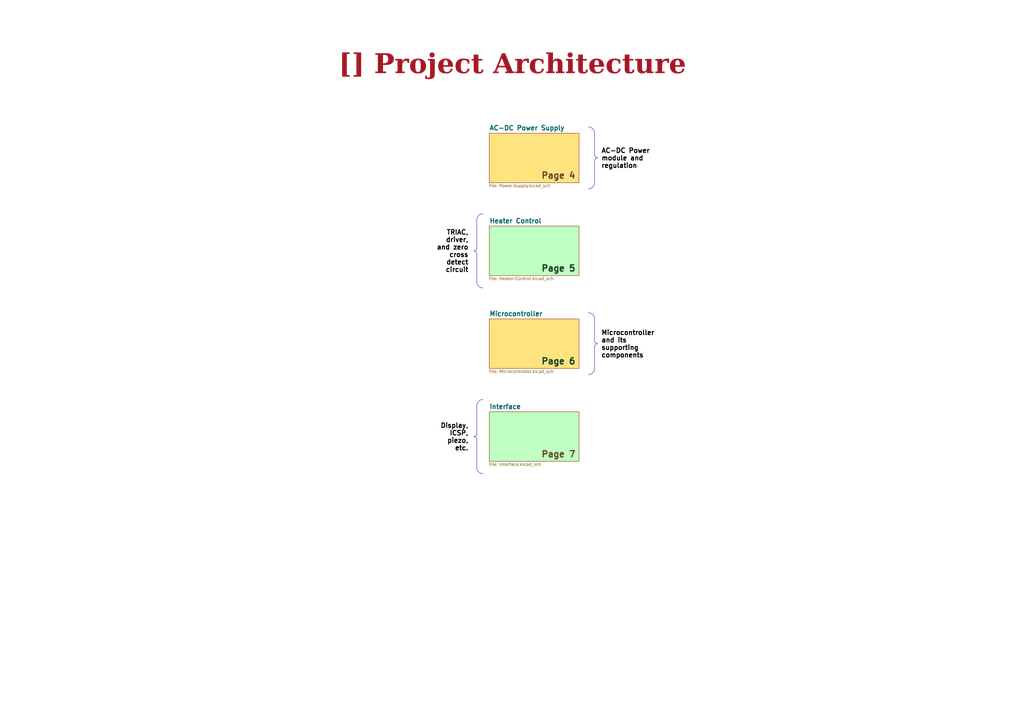
<source format=kicad_sch>
(kicad_sch
	(version 20250114)
	(generator "eeschema")
	(generator_version "9.0")
	(uuid "43756dca-f8f6-4179-bbe2-5af9585c666d")
	(paper "A3")
	(title_block
		(title "Project Architecture")
		(date "2025-08-28")
		(rev "${REVISION}")
		(company "${COMPANY}")
	)
	(lib_symbols)
	(arc
		(start 194.31 102.87)
		(mid 195.2051 103.2449)
		(end 195.58 104.14)
		(stroke
			(width 0)
			(type default)
		)
		(fill
			(type none)
		)
		(uuid 28dfc021-15dd-43a1-87f7-f4641f1aba01)
	)
	(arc
		(start 243.86 142.22)
		(mid 244.2349 141.3249)
		(end 245.13 140.95)
		(stroke
			(width 0)
			(type default)
		)
		(fill
			(type none)
		)
		(uuid 370b9222-8fcc-402a-a638-a3dd23e38b70)
	)
	(arc
		(start 195.58 177.8)
		(mid 195.2051 178.6951)
		(end 194.31 179.07)
		(stroke
			(width 0)
			(type default)
		)
		(fill
			(type none)
		)
		(uuid 463357f7-f9d2-46fa-b0b6-a6251e6ce150)
	)
	(arc
		(start 243.86 151.11)
		(mid 243.1161 152.9061)
		(end 241.32 153.65)
		(stroke
			(width 0)
			(type default)
		)
		(fill
			(type none)
		)
		(uuid 4c924013-8579-434b-8671-06a464d0956d)
	)
	(arc
		(start 243.86 66.02)
		(mid 244.2349 65.1249)
		(end 245.13 64.75)
		(stroke
			(width 0)
			(type default)
		)
		(fill
			(type none)
		)
		(uuid 4e0a0376-1c2b-4e2d-826a-f67f5ecec3e2)
	)
	(arc
		(start 241.32 52.05)
		(mid 243.1102 52.7998)
		(end 243.86 54.59)
		(stroke
			(width 0)
			(type default)
		)
		(fill
			(type none)
		)
		(uuid 66cac6e4-a2cc-4fca-ad00-74b74e5085d1)
	)
	(arc
		(start 195.58 101.6)
		(mid 195.2051 102.4951)
		(end 194.31 102.87)
		(stroke
			(width 0)
			(type default)
		)
		(fill
			(type none)
		)
		(uuid 79910574-6437-477d-89bb-4535b8a73d8e)
	)
	(arc
		(start 194.31 179.07)
		(mid 195.2051 179.4449)
		(end 195.58 180.34)
		(stroke
			(width 0)
			(type default)
		)
		(fill
			(type none)
		)
		(uuid a134b516-cfaf-437e-b6e0-fd4fe5086d29)
	)
	(arc
		(start 243.86 74.91)
		(mid 243.1161 76.7061)
		(end 241.32 77.45)
		(stroke
			(width 0)
			(type default)
		)
		(fill
			(type none)
		)
		(uuid b0c8a0e5-5a5f-4054-9f8a-0fcccddef6f3)
	)
	(arc
		(start 245.13 64.75)
		(mid 244.2349 64.3751)
		(end 243.86 63.48)
		(stroke
			(width 0)
			(type default)
		)
		(fill
			(type none)
		)
		(uuid cf605110-da1f-461f-a797-b6f13962fc58)
	)
	(arc
		(start 195.58 166.37)
		(mid 196.3239 164.5739)
		(end 198.12 163.83)
		(stroke
			(width 0)
			(type default)
		)
		(fill
			(type none)
		)
		(uuid d1fe5f0f-24cb-4f3d-baf1-1b36c0a6f68e)
	)
	(arc
		(start 198.12 194.31)
		(mid 196.3298 193.5602)
		(end 195.58 191.77)
		(stroke
			(width 0)
			(type default)
		)
		(fill
			(type none)
		)
		(uuid d8a608aa-d710-4d73-9273-2b52adac6230)
	)
	(arc
		(start 195.58 90.17)
		(mid 196.3239 88.3739)
		(end 198.12 87.63)
		(stroke
			(width 0)
			(type default)
		)
		(fill
			(type none)
		)
		(uuid de71adff-b2b1-46cf-9610-6ec235e046e4)
	)
	(arc
		(start 241.32 128.25)
		(mid 243.1102 128.9998)
		(end 243.86 130.79)
		(stroke
			(width 0)
			(type default)
		)
		(fill
			(type none)
		)
		(uuid e14614bd-d77d-478e-8802-9ba050e72979)
	)
	(arc
		(start 245.13 140.95)
		(mid 244.2349 140.5751)
		(end 243.86 139.68)
		(stroke
			(width 0)
			(type default)
		)
		(fill
			(type none)
		)
		(uuid e5545621-d050-4970-8b58-7703b6d1e380)
	)
	(arc
		(start 198.12 118.11)
		(mid 196.3298 117.3602)
		(end 195.58 115.57)
		(stroke
			(width 0)
			(type default)
		)
		(fill
			(type none)
		)
		(uuid e65ac3aa-5a30-4292-8158-bf026446390e)
	)
	(text "Page 6"
		(exclude_from_sim no)
		(at 236.22 149.86 0)
		(effects
			(font
				(size 2.54 2.54)
				(bold yes)
				(color 20 60 40 1)
			)
			(justify right bottom)
			(href "#6")
		)
		(uuid "978bb74e-ca07-4b21-b2dc-19b812f717e9")
	)
	(text "Page 4"
		(exclude_from_sim no)
		(at 236.22 73.66 0)
		(effects
			(font
				(size 2.54 2.54)
				(bold yes)
				(color 100 70 50 1)
			)
			(justify right bottom)
			(href "#4")
		)
		(uuid "bfc1aa7c-d374-4d04-b6a5-7554001abdc7")
	)
	(text "Page 7"
		(exclude_from_sim no)
		(at 236.22 187.96 0)
		(effects
			(font
				(size 2.54 2.54)
				(bold yes)
				(color 100 70 50 1)
			)
			(justify right bottom)
			(href "#7")
		)
		(uuid "c54c21a6-b82f-4883-adfa-9cf31abe82f0")
	)
	(text "Page 5"
		(exclude_from_sim no)
		(at 236.22 111.76 0)
		(effects
			(font
				(size 2.54 2.54)
				(bold yes)
				(color 20 60 40 1)
			)
			(justify right bottom)
			(href "#5")
		)
		(uuid "ec312db1-dc65-4659-a139-903afaa349b5")
	)
	(text_box "Microcontroller and its supporting components"
		(exclude_from_sim no)
		(at 245.11 138.43 0)
		(size 26.015 5.1)
		(margins 1.4287 1.4287 1.4287 1.4287)
		(stroke
			(width -0.0001)
			(type solid)
		)
		(fill
			(type none)
		)
		(effects
			(font
				(size 1.905 1.905)
				(thickness 0.381)
				(bold yes)
				(color 0 0 0 1)
			)
			(justify left)
		)
		(uuid "4c86b73d-3a4f-4203-aa39-684079398acc")
	)
	(text_box "Display, ICSP, piezo, etc."
		(exclude_from_sim no)
		(at 176.53 176.53 0)
		(size 17.145 5.08)
		(margins 1.4287 1.4287 1.4287 1.4287)
		(stroke
			(width -0.0001)
			(type solid)
		)
		(fill
			(type none)
		)
		(effects
			(font
				(size 1.905 1.905)
				(thickness 0.381)
				(bold yes)
				(color 0 0 0 1)
			)
			(justify right)
		)
		(uuid "51bc3fdc-86f1-4742-b7d8-53f1faaab343")
	)
	(text_box "TRIAC, driver, and zero cross detect circuit"
		(exclude_from_sim no)
		(at 176.53 100.33 0)
		(size 17.145 5.08)
		(margins 1.4287 1.4287 1.4287 1.4287)
		(stroke
			(width -0.0001)
			(type solid)
		)
		(fill
			(type none)
		)
		(effects
			(font
				(size 1.905 1.905)
				(thickness 0.381)
				(bold yes)
				(color 0 0 0 1)
			)
			(justify right)
		)
		(uuid "727975a4-22c2-4257-adb9-af679535894d")
	)
	(text_box "[${#}] ${TITLE}"
		(exclude_from_sim no)
		(at 10.16 20.32 0)
		(size 400.05 12.7)
		(margins 5.9999 5.9999 5.9999 5.9999)
		(stroke
			(width -0.0001)
			(type default)
		)
		(fill
			(type none)
		)
		(effects
			(font
				(face "Times New Roman")
				(size 8 8)
				(thickness 1.2)
				(bold yes)
				(color 162 22 34 1)
			)
		)
		(uuid "7fa5cc40-6c97-487c-9cc7-412504f68533")
	)
	(text_box "AC-DC Power module and regulation"
		(exclude_from_sim no)
		(at 245.11 62.23 0)
		(size 26.015 5.1)
		(margins 1.4287 1.4287 1.4287 1.4287)
		(stroke
			(width -0.0001)
			(type solid)
		)
		(fill
			(type none)
		)
		(effects
			(font
				(size 1.905 1.905)
				(thickness 0.381)
				(bold yes)
				(color 0 0 0 1)
			)
			(justify left)
		)
		(uuid "c5dde740-3a39-4cf0-802f-723fcda7d0c3")
	)
	(polyline
		(pts
			(xy 195.58 180.34) (xy 195.58 191.77)
		)
		(stroke
			(width 0)
			(type default)
		)
		(uuid "1e3c70a2-22df-46ef-a52f-0f821498dc0c")
	)
	(polyline
		(pts
			(xy 243.84 130.81) (xy 243.84 139.7)
		)
		(stroke
			(width 0)
			(type default)
		)
		(uuid "33e1e478-2ddc-490f-878b-19b81141ace8")
	)
	(polyline
		(pts
			(xy 195.58 177.8) (xy 195.58 166.37)
		)
		(stroke
			(width 0)
			(type default)
		)
		(uuid "41045457-e885-4cf4-93f2-cdba80791e7b")
	)
	(polyline
		(pts
			(xy 243.84 54.61) (xy 243.84 63.5)
		)
		(stroke
			(width 0)
			(type default)
		)
		(uuid "81c8689f-e5f4-428c-beeb-e33c99b6304d")
	)
	(polyline
		(pts
			(xy 243.84 66.04) (xy 243.84 74.93)
		)
		(stroke
			(width 0)
			(type default)
		)
		(uuid "90c9b8f7-edf3-4753-80f7-1bdd91ff2362")
	)
	(polyline
		(pts
			(xy 243.84 142.24) (xy 243.84 151.13)
		)
		(stroke
			(width 0)
			(type default)
		)
		(uuid "b1a54cb5-74d9-45d1-b230-aaf085782cf9")
	)
	(polyline
		(pts
			(xy 195.58 104.14) (xy 195.58 115.57)
		)
		(stroke
			(width 0)
			(type default)
		)
		(uuid "df883605-b4af-4d7a-9257-3de232e82ec8")
	)
	(polyline
		(pts
			(xy 195.58 101.6) (xy 195.58 90.17)
		)
		(stroke
			(width 0)
			(type default)
		)
		(uuid "e2c3dccb-6dfd-4ecd-ae16-5b6222a22d09")
	)
	(sheet
		(at 200.66 92.71)
		(size 36.83 20.32)
		(exclude_from_sim no)
		(in_bom yes)
		(on_board yes)
		(dnp no)
		(fields_autoplaced yes)
		(stroke
			(width 0.1524)
			(type solid)
		)
		(fill
			(color 128 255 128 0.5000)
		)
		(uuid "744632e6-da64-44af-a707-40defe9338ea")
		(property "Sheetname" "Heater Control"
			(at 200.66 91.6809 0)
			(effects
				(font
					(size 1.905 1.905)
					(bold yes)
				)
				(justify left bottom)
			)
		)
		(property "Sheetfile" "Heater-Control.kicad_sch"
			(at 200.66 113.6146 0)
			(effects
				(font
					(face "Arial")
					(size 1.27 1.27)
				)
				(justify left top)
			)
		)
		(instances
			(project "Reflow-Controller-v2"
				(path "/0650c7a8-acba-429c-9f8e-eec0baf0bc1c/fede4c36-00cc-4d3d-b71c-5243ba232202"
					(page "5")
				)
			)
		)
	)
	(sheet
		(at 200.66 130.81)
		(size 36.83 20.32)
		(exclude_from_sim no)
		(in_bom yes)
		(on_board yes)
		(dnp no)
		(fields_autoplaced yes)
		(stroke
			(width 0.1524)
			(type solid)
		)
		(fill
			(color 255 200 0 0.5020)
		)
		(uuid "7d5a1283-086b-46b0-8df7-a9850521fb5e")
		(property "Sheetname" "Microcontroller"
			(at 200.66 129.7809 0)
			(effects
				(font
					(size 1.905 1.905)
					(bold yes)
				)
				(justify left bottom)
			)
		)
		(property "Sheetfile" "Microcontroller.kicad_sch"
			(at 200.66 151.7146 0)
			(effects
				(font
					(face "Arial")
					(size 1.27 1.27)
				)
				(justify left top)
			)
		)
		(instances
			(project "Reflow-Controller-v2"
				(path "/0650c7a8-acba-429c-9f8e-eec0baf0bc1c/fede4c36-00cc-4d3d-b71c-5243ba232202"
					(page "6")
				)
			)
		)
	)
	(sheet
		(at 200.66 54.61)
		(size 36.83 20.32)
		(exclude_from_sim no)
		(in_bom yes)
		(on_board yes)
		(dnp no)
		(fields_autoplaced yes)
		(stroke
			(width 0.1524)
			(type solid)
		)
		(fill
			(color 255 200 0 0.5020)
		)
		(uuid "d7bf67a4-4b79-4ceb-8567-393e5341ccaa")
		(property "Sheetname" "AC-DC Power Supply"
			(at 200.66 53.5809 0)
			(effects
				(font
					(size 1.905 1.905)
					(bold yes)
				)
				(justify left bottom)
			)
		)
		(property "Sheetfile" "Power-Supply.kicad_sch"
			(at 200.66 75.5146 0)
			(effects
				(font
					(face "Arial")
					(size 1.27 1.27)
				)
				(justify left top)
			)
		)
		(instances
			(project "Reflow-Controller-v2"
				(path "/0650c7a8-acba-429c-9f8e-eec0baf0bc1c/fede4c36-00cc-4d3d-b71c-5243ba232202"
					(page "4")
				)
			)
		)
	)
	(sheet
		(at 200.66 168.91)
		(size 36.83 20.32)
		(exclude_from_sim no)
		(in_bom yes)
		(on_board yes)
		(dnp no)
		(fields_autoplaced yes)
		(stroke
			(width 0.1524)
			(type solid)
		)
		(fill
			(color 128 255 128 0.5020)
		)
		(uuid "e6015f1e-cbce-46f4-85e1-3d5463a17dc1")
		(property "Sheetname" "Interface"
			(at 200.66 167.8809 0)
			(effects
				(font
					(size 1.905 1.905)
					(bold yes)
				)
				(justify left bottom)
			)
		)
		(property "Sheetfile" "Interface.kicad_sch"
			(at 200.66 189.8146 0)
			(effects
				(font
					(face "Arial")
					(size 1.27 1.27)
				)
				(justify left top)
			)
		)
		(instances
			(project "Reflow-Controller-v2"
				(path "/0650c7a8-acba-429c-9f8e-eec0baf0bc1c/fede4c36-00cc-4d3d-b71c-5243ba232202"
					(page "7")
				)
			)
		)
	)
)

</source>
